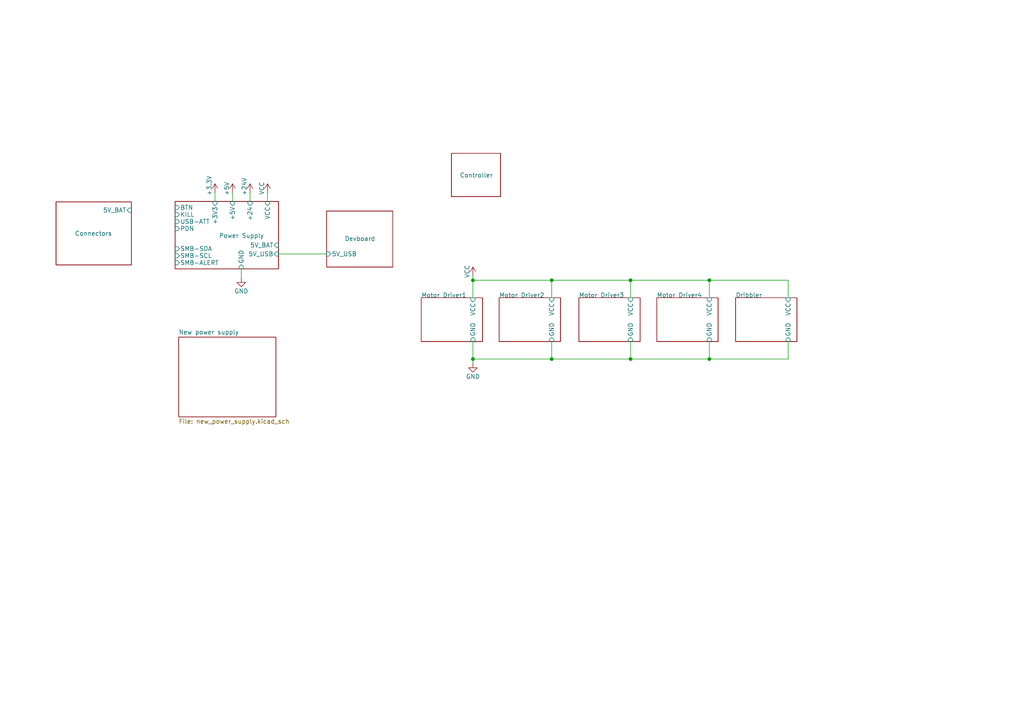
<source format=kicad_sch>
(kicad_sch (version 20230121) (generator eeschema)
  (paper "A4")
  (lib_symbols
    (symbol "power:+24V" (power) (pin_names (offset 0))
      (property "Value" "+24V" (at 0 3.556 0))
      (symbol "+24V_0_1"
        (polyline (pts (xy -0.762 1.27) (xy 0 2.54)))
        (polyline (pts (xy 0 0) (xy 0 2.54)))
        (polyline (pts (xy 0 2.54) (xy 0.762 1.27)))
      )
      (symbol "+24V_1_1"
        (pin power_in line (at 0 0 90) (length 0) hide (name "+24V") (number "1"))
      )
    )
    (symbol "power:+3.3V" (power) (pin_names (offset 0))
      (property "Value" "+3.3V" (at 0 3.556 0))
      (symbol "+3.3V_0_1"
        (polyline (pts (xy -0.762 1.27) (xy 0 2.54)))
        (polyline (pts (xy 0 0) (xy 0 2.54)))
        (polyline (pts (xy 0 2.54) (xy 0.762 1.27)))
      )
      (symbol "+3.3V_1_1"
        (pin power_in line (at 0 0 90) (length 0) hide (name "+3.3V") (number "1"))
      )
    )
    (symbol "power:+5V" (power) (pin_names (offset 0))
      (property "Value" "+5V" (at 0 3.556 0))
      (symbol "+5V_0_1"
        (polyline (pts (xy -0.762 1.27) (xy 0 2.54)))
        (polyline (pts (xy 0 0) (xy 0 2.54)))
        (polyline (pts (xy 0 2.54) (xy 0.762 1.27)))
      )
      (symbol "+5V_1_1"
        (pin power_in line (at 0 0 90) (length 0) hide (name "+5V") (number "1"))
      )
    )
    (symbol "power:GND" (power) (pin_names (offset 0))
      (property "Value" "GND" (at 0 -3.81 0))
      (symbol "GND_0_1"
        (polyline (pts (xy 0 0) (xy 0 -1.27) (xy 1.27 -1.27) (xy 0 -2.54) (xy -1.27 -1.27) (xy 0 -1.27)))
      )
      (symbol "GND_1_1"
        (pin power_in line (at 0 0 270) (length 0) hide (name "GND") (number "1"))
      )
    )
    (symbol "power:VCC" (power) (pin_names (offset 0))
      (property "Value" "VCC" (at 0 3.81 0))
      (symbol "VCC_0_1"
        (polyline (pts (xy -0.762 1.27) (xy 0 2.54)))
        (polyline (pts (xy 0 0) (xy 0 2.54)))
        (polyline (pts (xy 0 2.54) (xy 0.762 1.27)))
      )
      (symbol "VCC_1_1"
        (pin power_in line (at 0 0 90) (length 0) hide (name "VCC") (number "1"))
      )
    )
  )
  (junction (at 182.88 81.28))
  (junction (at 182.88 104.14))
  (junction (at 160.02 104.14))
  (junction (at 205.74 81.28))
  (junction (at 137.16 81.28))
  (junction (at 205.74 104.14))
  (junction (at 137.16 104.14))
  (junction (at 160.02 81.28))
  (wire (pts (xy 137.16 81.28) (xy 137.16 86.36)))
  (wire (pts (xy 137.16 104.14) (xy 137.16 105.41)))
  (wire (pts (xy 160.02 81.28) (xy 160.02 86.36)))
  (wire (pts (xy 228.6 99.06) (xy 228.6 104.14)))
  (wire (pts (xy 80.772 73.66) (xy 94.742 73.66)))
  (wire (pts (xy 182.88 99.06) (xy 182.88 104.14)))
  (wire (pts (xy 72.517 55.88) (xy 72.517 58.42)))
  (wire (pts (xy 137.16 104.14) (xy 160.02 104.14)))
  (wire (pts (xy 205.74 99.06) (xy 205.74 104.14)))
  (wire (pts (xy 137.16 99.06) (xy 137.16 104.14)))
  (wire (pts (xy 77.597 55.88) (xy 77.597 58.42)))
  (wire (pts (xy 67.437 55.88) (xy 67.437 58.42)))
  (wire (pts (xy 137.16 81.28) (xy 160.02 81.28)))
  (wire (pts (xy 205.74 86.36) (xy 205.74 81.28)))
  (wire (pts (xy 137.16 80.01) (xy 137.16 81.28)))
  (wire (pts (xy 205.74 81.28) (xy 182.88 81.28)))
  (wire (pts (xy 228.6 86.36) (xy 228.6 81.28)))
  (wire (pts (xy 160.02 81.28) (xy 182.88 81.28)))
  (wire (pts (xy 182.88 104.14) (xy 205.74 104.14)))
  (wire (pts (xy 160.02 104.14) (xy 182.88 104.14)))
  (wire (pts (xy 228.6 81.28) (xy 205.74 81.28)))
  (wire (pts (xy 69.977 78.105) (xy 69.977 80.645)))
  (wire (pts (xy 182.88 81.28) (xy 182.88 86.36)))
  (wire (pts (xy 62.357 55.88) (xy 62.357 58.42)))
  (wire (pts (xy 228.6 104.14) (xy 205.74 104.14)))
  (wire (pts (xy 160.02 99.06) (xy 160.02 104.14)))
  (symbol (lib_id "power:+3.3V") (at 62.357 55.88 0) (unit 1)
    (property "Reference" "#PWR0104" (effects hide))
    (property "Value" "+3.3V" (at 60.706 53.848 90))
  )
  (symbol (lib_id "power:VCC") (at 77.597 55.88 0) (unit 1)
    (property "Reference" "#PWR0101" (effects hide))
    (property "Value" "VCC" (at 75.946 54.61 90))
  )
  (symbol (lib_id "power:VCC") (at 137.16 80.01 0) (unit 1)
    (property "Reference" "#PWR?" (effects hide))
    (property "Value" "VCC" (at 135.509 78.74 90))
  )
  (symbol (lib_id "power:GND") (at 137.16 105.41 0) (unit 1)
    (property "Reference" "#PWR?" (effects hide))
    (property "Value" "GND" (at 137.16 109.22 0))
  )
  (symbol (lib_id "power:GND") (at 69.977 80.645 0) (unit 1)
    (property "Reference" "#PWR0105" (effects hide))
    (property "Value" "GND" (at 69.977 84.455 0))
  )
  (symbol (lib_id "power:+24V") (at 72.517 55.88 0) (unit 1)
    (property "Reference" "#PWR0102" (effects hide))
    (property "Value" "+24V" (at 70.866 54.102 90))
  )
  (symbol (lib_id "power:+5V") (at 67.437 55.88 0) (unit 1)
    (property "Reference" "#PWR0103" (effects hide))
    (property "Value" "+5V" (at 65.786 54.737 90))
  )
  (sheet (at 190.5 86.36) (size 17.78 12.7) (stroke (width 0.1524))
    (property "Sheetname" "Motor Driver4" (at 190.5 86.36 0) (effects (justify left bottom)))
    (property "Sheetfile" "motor_driver.kicad_sch" (effects hide))
    (pin "VCC" input (at 205.74 86.36 90))
    (pin "GND" input (at 205.74 99.06 270))
  )
  (sheet (at 16.256 58.547) (size 21.844 18.288) (stroke (width 0.1524))
    (property "Sheetname" "Connectors" (at 21.717 68.453 0) (effects (justify left bottom)))
    (property "Sheetfile" "Connectors.kicad_sch" (effects hide))
    (pin "5V_BAT" input (at 38.1 60.96 0))
  )
  (sheet (at 50.8 58.42) (size 29.972 19.558) (stroke (width 0.1524))
    (property "Sheetname" "Power Supply" (at 63.5 69.088 0) (effects (justify left bottom)))
    (property "Sheetfile" "Power_supply.kicad_sch" (effects hide))
    (pin "GND" input (at 69.977 77.978 270))
    (pin "5V_USB" input (at 80.772 73.66 0))
    (pin "+5V" input (at 67.437 58.42 90))
    (pin "VCC" input (at 77.597 58.42 90))
    (pin "+3V3" input (at 62.357 58.42 90))
    (pin "+24" input (at 72.517 58.42 90))
    (pin "SMB-ALERT" input (at 50.8 76.2 180))
    (pin "SMB-SDA" input (at 50.8 72.136 180))
    (pin "SMB-SCL" input (at 50.8 74.168 180))
    (pin "PDN" input (at 50.8 66.294 180))
    (pin "KILL" input (at 50.8 62.23 180))
    (pin "BTN" input (at 50.8 60.198 180))
    (pin "USB-ATT" input (at 50.8 64.262 180))
    (pin "5V_BAT" input (at 80.772 71.12 0))
  )
  (sheet (at 144.78 86.36) (size 17.78 12.7) (stroke (width 0.1524))
    (property "Sheetname" "Motor Driver2" (at 144.78 86.36 0) (effects (justify left bottom)))
    (property "Sheetfile" "motor_driver.kicad_sch" (effects hide))
    (pin "VCC" input (at 160.02 86.36 90))
    (pin "GND" input (at 160.02 99.06 270))
  )
  (sheet (at 94.742 61.214) (size 19.177 16.256) (stroke (width 0.1524))
    (property "Sheetname" "Devboard" (at 99.949 69.977 0) (effects (justify left bottom)))
    (property "Sheetfile" "Devboard.kicad_sch" (effects hide))
    (pin "5V_USB" input (at 94.742 73.66 180))
  )
  (sheet (at 213.36 86.36) (size 17.78 12.7) (stroke (width 0.1524))
    (property "Sheetname" "Dribbler" (at 213.36 86.36 0) (effects (justify left bottom)))
    (property "Sheetfile" "motor_driver.kicad_sch" (effects hide))
    (pin "VCC" input (at 228.6 86.36 90))
    (pin "GND" input (at 228.6 99.06 270))
  )
  (sheet (at 130.937 44.45) (size 14.224 12.573) (stroke (width 0.1524))
    (property "Sheetname" "Controller" (at 133.35 51.562 0) (effects (justify left bottom)))
    (property "Sheetfile" "Controller.kicad_sch" (effects hide))
  )
  (sheet (at 51.816 97.79) (size 28.194 23.114) (stroke (width 0.1524))
    (property "Sheetname" "New power supply" (at 51.816 97.0784 0) (effects (justify left bottom)))
    (property "Sheetfile" "new_power_supply.kicad_sch" (at 51.816 121.4886 0) (effects (justify left top)))
  )
  (sheet (at 167.894 86.36) (size 17.78 12.7) (stroke (width 0.1524))
    (property "Sheetname" "Motor Driver3" (at 167.894 86.36 0) (effects (justify left bottom)))
    (property "Sheetfile" "motor_driver.kicad_sch" (effects hide))
    (pin "VCC" input (at 182.88 86.36 90))
    (pin "GND" input (at 182.88 99.06 270))
  )
  (sheet (at 122.174 86.36) (size 17.78 12.7) (stroke (width 0.1524))
    (property "Sheetname" "Motor Driver1" (at 122.174 86.36 0) (effects (justify left bottom)))
    (property "Sheetfile" "motor_driver.kicad_sch" (effects hide))
    (pin "VCC" input (at 137.16 86.36 90))
    (pin "GND" input (at 137.16 99.06 270))
  )
)
</source>
